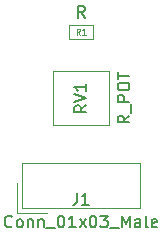
<source format=gbr>
G04 #@! TF.GenerationSoftware,KiCad,Pcbnew,(5.0.0-3-g5ebb6b6)*
G04 #@! TF.CreationDate,2018-12-04T22:30:26+01:00*
G04 #@! TF.ProjectId,tt_opt101_module,74745F6F70743130315F6D6F64756C65,rev?*
G04 #@! TF.SameCoordinates,Original*
G04 #@! TF.FileFunction,Other,Fab,Top*
%FSLAX46Y46*%
G04 Gerber Fmt 4.6, Leading zero omitted, Abs format (unit mm)*
G04 Created by KiCad (PCBNEW (5.0.0-3-g5ebb6b6)) date Tuesday, 04. December 2018 um 22:30:26*
%MOMM*%
%LPD*%
G01*
G04 APERTURE LIST*
%ADD10C,0.100000*%
%ADD11C,0.150000*%
%ADD12C,0.080000*%
G04 APERTURE END LIST*
D10*
G04 #@! TO.C,J1*
X128350000Y-64440000D02*
X128350000Y-68240000D01*
X128350000Y-68240000D02*
X138350000Y-68240000D01*
X138350000Y-68240000D02*
X138350000Y-64440000D01*
X138350000Y-64440000D02*
X128350000Y-64440000D01*
X127940000Y-66150000D02*
X127940000Y-68650000D01*
X127940000Y-68650000D02*
X130440000Y-68650000D01*
G04 #@! TO.C,R1*
X134350000Y-52740000D02*
X134350000Y-53940000D01*
X134350000Y-53940000D02*
X132350000Y-53940000D01*
X132350000Y-53940000D02*
X132350000Y-52740000D01*
X132350000Y-52740000D02*
X134350000Y-52740000D01*
G04 #@! TO.C,RV1*
X130950000Y-61260000D02*
X135750000Y-61260000D01*
X135750000Y-61260000D02*
X135750000Y-56660000D01*
X135750000Y-56660000D02*
X130950000Y-56660000D01*
X130950000Y-56660000D02*
X130950000Y-61260000D01*
X131330000Y-61260000D02*
X133110000Y-61260000D01*
X133110000Y-61260000D02*
X133110000Y-61260000D01*
X133110000Y-61260000D02*
X131330000Y-61260000D01*
X131330000Y-61260000D02*
X131330000Y-61260000D01*
X132220000Y-61260000D02*
X132220000Y-61260000D01*
G04 #@! TD*
G04 #@! TO.C,J1*
D11*
X127516666Y-69797142D02*
X127469047Y-69844761D01*
X127326190Y-69892380D01*
X127230952Y-69892380D01*
X127088095Y-69844761D01*
X126992857Y-69749523D01*
X126945238Y-69654285D01*
X126897619Y-69463809D01*
X126897619Y-69320952D01*
X126945238Y-69130476D01*
X126992857Y-69035238D01*
X127088095Y-68940000D01*
X127230952Y-68892380D01*
X127326190Y-68892380D01*
X127469047Y-68940000D01*
X127516666Y-68987619D01*
X128088095Y-69892380D02*
X127992857Y-69844761D01*
X127945238Y-69797142D01*
X127897619Y-69701904D01*
X127897619Y-69416190D01*
X127945238Y-69320952D01*
X127992857Y-69273333D01*
X128088095Y-69225714D01*
X128230952Y-69225714D01*
X128326190Y-69273333D01*
X128373809Y-69320952D01*
X128421428Y-69416190D01*
X128421428Y-69701904D01*
X128373809Y-69797142D01*
X128326190Y-69844761D01*
X128230952Y-69892380D01*
X128088095Y-69892380D01*
X128850000Y-69225714D02*
X128850000Y-69892380D01*
X128850000Y-69320952D02*
X128897619Y-69273333D01*
X128992857Y-69225714D01*
X129135714Y-69225714D01*
X129230952Y-69273333D01*
X129278571Y-69368571D01*
X129278571Y-69892380D01*
X129754761Y-69225714D02*
X129754761Y-69892380D01*
X129754761Y-69320952D02*
X129802380Y-69273333D01*
X129897619Y-69225714D01*
X130040476Y-69225714D01*
X130135714Y-69273333D01*
X130183333Y-69368571D01*
X130183333Y-69892380D01*
X130421428Y-69987619D02*
X131183333Y-69987619D01*
X131611904Y-68892380D02*
X131707142Y-68892380D01*
X131802380Y-68940000D01*
X131850000Y-68987619D01*
X131897619Y-69082857D01*
X131945238Y-69273333D01*
X131945238Y-69511428D01*
X131897619Y-69701904D01*
X131850000Y-69797142D01*
X131802380Y-69844761D01*
X131707142Y-69892380D01*
X131611904Y-69892380D01*
X131516666Y-69844761D01*
X131469047Y-69797142D01*
X131421428Y-69701904D01*
X131373809Y-69511428D01*
X131373809Y-69273333D01*
X131421428Y-69082857D01*
X131469047Y-68987619D01*
X131516666Y-68940000D01*
X131611904Y-68892380D01*
X132897619Y-69892380D02*
X132326190Y-69892380D01*
X132611904Y-69892380D02*
X132611904Y-68892380D01*
X132516666Y-69035238D01*
X132421428Y-69130476D01*
X132326190Y-69178095D01*
X133230952Y-69892380D02*
X133754761Y-69225714D01*
X133230952Y-69225714D02*
X133754761Y-69892380D01*
X134326190Y-68892380D02*
X134421428Y-68892380D01*
X134516666Y-68940000D01*
X134564285Y-68987619D01*
X134611904Y-69082857D01*
X134659523Y-69273333D01*
X134659523Y-69511428D01*
X134611904Y-69701904D01*
X134564285Y-69797142D01*
X134516666Y-69844761D01*
X134421428Y-69892380D01*
X134326190Y-69892380D01*
X134230952Y-69844761D01*
X134183333Y-69797142D01*
X134135714Y-69701904D01*
X134088095Y-69511428D01*
X134088095Y-69273333D01*
X134135714Y-69082857D01*
X134183333Y-68987619D01*
X134230952Y-68940000D01*
X134326190Y-68892380D01*
X134992857Y-68892380D02*
X135611904Y-68892380D01*
X135278571Y-69273333D01*
X135421428Y-69273333D01*
X135516666Y-69320952D01*
X135564285Y-69368571D01*
X135611904Y-69463809D01*
X135611904Y-69701904D01*
X135564285Y-69797142D01*
X135516666Y-69844761D01*
X135421428Y-69892380D01*
X135135714Y-69892380D01*
X135040476Y-69844761D01*
X134992857Y-69797142D01*
X135802380Y-69987619D02*
X136564285Y-69987619D01*
X136802380Y-69892380D02*
X136802380Y-68892380D01*
X137135714Y-69606666D01*
X137469047Y-68892380D01*
X137469047Y-69892380D01*
X138373809Y-69892380D02*
X138373809Y-69368571D01*
X138326190Y-69273333D01*
X138230952Y-69225714D01*
X138040476Y-69225714D01*
X137945238Y-69273333D01*
X138373809Y-69844761D02*
X138278571Y-69892380D01*
X138040476Y-69892380D01*
X137945238Y-69844761D01*
X137897619Y-69749523D01*
X137897619Y-69654285D01*
X137945238Y-69559047D01*
X138040476Y-69511428D01*
X138278571Y-69511428D01*
X138373809Y-69463809D01*
X138992857Y-69892380D02*
X138897619Y-69844761D01*
X138850000Y-69749523D01*
X138850000Y-68892380D01*
X139754761Y-69844761D02*
X139659523Y-69892380D01*
X139469047Y-69892380D01*
X139373809Y-69844761D01*
X139326190Y-69749523D01*
X139326190Y-69368571D01*
X139373809Y-69273333D01*
X139469047Y-69225714D01*
X139659523Y-69225714D01*
X139754761Y-69273333D01*
X139802380Y-69368571D01*
X139802380Y-69463809D01*
X139326190Y-69559047D01*
X133016666Y-66992380D02*
X133016666Y-67706666D01*
X132969047Y-67849523D01*
X132873809Y-67944761D01*
X132730952Y-67992380D01*
X132635714Y-67992380D01*
X134016666Y-67992380D02*
X133445238Y-67992380D01*
X133730952Y-67992380D02*
X133730952Y-66992380D01*
X133635714Y-67135238D01*
X133540476Y-67230476D01*
X133445238Y-67278095D01*
G04 #@! TO.C,R1*
X133659523Y-52142380D02*
X133326190Y-51666190D01*
X133088095Y-52142380D02*
X133088095Y-51142380D01*
X133469047Y-51142380D01*
X133564285Y-51190000D01*
X133611904Y-51237619D01*
X133659523Y-51332857D01*
X133659523Y-51475714D01*
X133611904Y-51570952D01*
X133564285Y-51618571D01*
X133469047Y-51666190D01*
X133088095Y-51666190D01*
D12*
X133266666Y-53566190D02*
X133100000Y-53328095D01*
X132980952Y-53566190D02*
X132980952Y-53066190D01*
X133171428Y-53066190D01*
X133219047Y-53090000D01*
X133242857Y-53113809D01*
X133266666Y-53161428D01*
X133266666Y-53232857D01*
X133242857Y-53280476D01*
X133219047Y-53304285D01*
X133171428Y-53328095D01*
X132980952Y-53328095D01*
X133742857Y-53566190D02*
X133457142Y-53566190D01*
X133600000Y-53566190D02*
X133600000Y-53066190D01*
X133552380Y-53137619D01*
X133504761Y-53185238D01*
X133457142Y-53209047D01*
G04 #@! TO.C,RV1*
D11*
X137452380Y-60436190D02*
X136976190Y-60769523D01*
X137452380Y-61007619D02*
X136452380Y-61007619D01*
X136452380Y-60626666D01*
X136500000Y-60531428D01*
X136547619Y-60483809D01*
X136642857Y-60436190D01*
X136785714Y-60436190D01*
X136880952Y-60483809D01*
X136928571Y-60531428D01*
X136976190Y-60626666D01*
X136976190Y-61007619D01*
X137547619Y-60245714D02*
X137547619Y-59483809D01*
X137452380Y-59245714D02*
X136452380Y-59245714D01*
X136452380Y-58864761D01*
X136500000Y-58769523D01*
X136547619Y-58721904D01*
X136642857Y-58674285D01*
X136785714Y-58674285D01*
X136880952Y-58721904D01*
X136928571Y-58769523D01*
X136976190Y-58864761D01*
X136976190Y-59245714D01*
X136452380Y-58055238D02*
X136452380Y-57864761D01*
X136500000Y-57769523D01*
X136595238Y-57674285D01*
X136785714Y-57626666D01*
X137119047Y-57626666D01*
X137309523Y-57674285D01*
X137404761Y-57769523D01*
X137452380Y-57864761D01*
X137452380Y-58055238D01*
X137404761Y-58150476D01*
X137309523Y-58245714D01*
X137119047Y-58293333D01*
X136785714Y-58293333D01*
X136595238Y-58245714D01*
X136500000Y-58150476D01*
X136452380Y-58055238D01*
X136452380Y-57340952D02*
X136452380Y-56769523D01*
X137452380Y-57055238D02*
X136452380Y-57055238D01*
X133802380Y-59555238D02*
X133326190Y-59888571D01*
X133802380Y-60126666D02*
X132802380Y-60126666D01*
X132802380Y-59745714D01*
X132850000Y-59650476D01*
X132897619Y-59602857D01*
X132992857Y-59555238D01*
X133135714Y-59555238D01*
X133230952Y-59602857D01*
X133278571Y-59650476D01*
X133326190Y-59745714D01*
X133326190Y-60126666D01*
X132802380Y-59269523D02*
X133802380Y-58936190D01*
X132802380Y-58602857D01*
X133802380Y-57745714D02*
X133802380Y-58317142D01*
X133802380Y-58031428D02*
X132802380Y-58031428D01*
X132945238Y-58126666D01*
X133040476Y-58221904D01*
X133088095Y-58317142D01*
G04 #@! TD*
M02*

</source>
